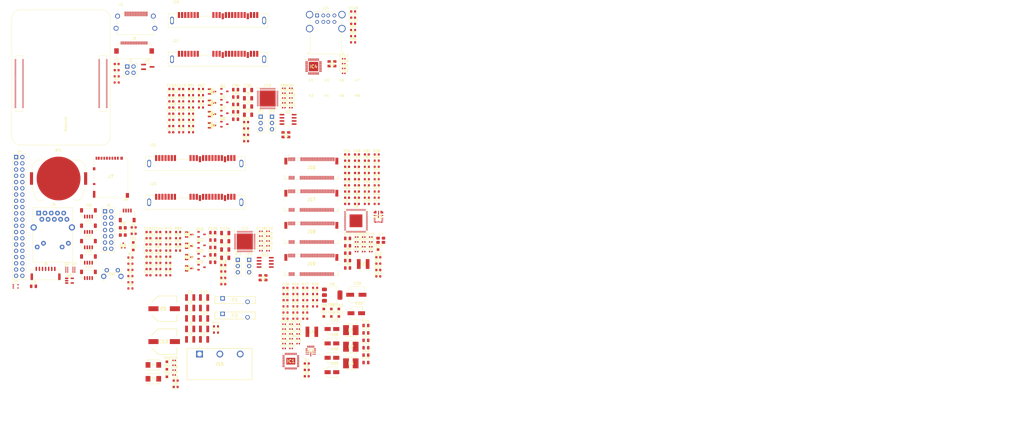
<source format=kicad_pcb>
(kicad_pcb (version 20241229) (generator "pcbnew") (generator_version "9.0")
  (title_block (title "${DOC_TYPE} Document") (date "2024-04-13") (rev "1.1") (company "${COMPANY}"))
  (layers (0 "F.Cu" signal "L1 (Sig, PWR)") (4 "In1.Cu" signal "L2 (GND)") (6 "In2.Cu" signal "L3 (Sig, PWR)") (8 "In3.Cu" signal "L4 (Sig, PWR)") (10 "In4.Cu" signal "L5 (GND)") (2 "B.Cu" signal "L6 (Sig, PWR)") (13 "F.Paste" user) (15 "B.Paste" user) (5 "F.SilkS" user "F.Silkscreen") (7 "B.SilkS" user "B.Silkscreen") (1 "F.Mask" user) (3 "B.Mask" user) (25 "Edge.Cuts" user))
  (property "BOARD_NAME" "CM5_NAS")
  (property "DESIGNER" "Oliver Studman")
  (property "DOC_TYPE" "Fabrication")
  (property "PROJECT_NAME" "CM5_NAS")
  (property "RELEASE_DATE" "Release Date")
  (property "REVIEWER" "Reviewer Name")
  (property "REVISION" "6")
  (net 0 "")
  (net 1 "/Project Architecture/CM5_GPIO/VBAT")
  (net 2 "/Project Architecture/CM5_High Speed IO/+5V S1")
  (net 3 "/Project Architecture/CM5_High Speed IO/HDMI_5v")
  (net 4 "/Project Architecture/CM5_GPIO/SD_PWR")
  (net 5 "/Project Architecture/Input/+12V")
  (net 6 "/Project Architecture/Input/+5V S1")
  (net 7 "Net-(IC1-COMP2)")
  (net 8 "Net-(IC1-V7V)")
  (net 9 "/Project Architecture/Power/+5V S1")
  (net 10 "/Project Architecture/Power/+3V3")
  (net 11 "Net-(C24-Pad1)")
  (net 12 "Net-(IC1-V3V)")
  (net 13 "Net-(IC1-SS2)")
  (net 14 "/Project Architecture/Power/FB2")
  (net 15 "/Project Architecture/Power/+1V2A")
  (net 16 "Net-(IC1-LX2_1)")
  (net 17 "Net-(IC1-BST2)")
  (net 18 "/Project Architecture/Power/+3V3A")
  (net 19 "Net-(IC1-BST3)")
  (net 20 "Net-(IC1-LX3_1)")
  (net 21 "Net-(IC1-BST1)")
  (net 22 "Net-(IC1-LX1_1)")
  (net 23 "/Project Architecture/Power/+1V2")
  (net 24 "/Project Architecture/Power/FB3")
  (net 25 "/Project Architecture/Power/FB1")
  (net 26 "Net-(IC1-SS3)")
  (net 27 "Net-(IC1-SS1)")
  (net 28 "Net-(IC2-BST)")
  (net 29 "Net-(IC2-LX)")
  (net 30 "/Project Architecture/Power/+12V")
  (net 31 "Net-(C42-Pad1)")
  (net 32 "Net-(C43-Pad1)")
  (net 33 "/Project Architecture/Power/+5V S2")
  (net 34 "Net-(IC2-COMP)")
  (net 35 "Net-(IC1-CMP3)")
  (net 36 "Net-(IC1-CMP1)")
  (net 37 "Net-(IC2-BIAS)")
  (net 38 "/Project Architecture/Power/SUP")
  (net 39 "Net-(C51-Pad1)")
  (net 40 "/Project Architecture/M.2 Drives/PCIe_TX_P_1")
  (net 41 "Net-(U8-TXP_1)")
  (net 42 "/Project Architecture/M.2 Drives/PCIe_TX_N_1")
  (net 43 "Net-(U8-TXN_1)")
  (net 44 "+1V2")
  (net 45 "/Project Architecture/M.2 Drives/FB")
  (net 46 "/Project Architecture/M.2 Drives/PCIe_TX_P_2")
  (net 47 "Net-(U8-TXP_2)")
  (net 48 "/Project Architecture/M.2 Drives/PCIe_TX_N_2")
  (net 49 "Net-(U8-TXN_2)")
  (net 50 "/Project Architecture/M.2 Drives/PCIe_TX_P_3")
  (net 51 "Net-(U8-TXP_3)")
  (net 52 "Net-(U8-TXN_3)")
  (net 53 "/Project Architecture/M.2 Drives/PCIe_TX_N_3")
  (net 54 "Net-(U8-TXP_4)")
  (net 55 "/Project Architecture/M.2 Drives/PCIe_TX_P_4")
  (net 56 "Net-(U8-TXN_4)")
  (net 57 "/Project Architecture/M.2 Drives/PCIe_TX_N_4")
  (net 58 "/Project Architecture/M.2 Drives/+5V S1")
  (net 59 "Net-(IC3-PGND2_1)")
  (net 60 "Net-(IC3-CBOOT)")
  (net 61 "/Project Architecture/M.2 Drives/BOOT")
  (net 62 "Net-(IC3-PGND1_1)")
  (net 63 "+3V3A")
  (net 64 "Net-(U8-TXP_IN)")
  (net 65 "/Project Architecture/M.2 Drives/PCIE_TX_P")
  (net 66 "/Project Architecture/M.2 Drives/PCIE_TX_N")
  (net 67 "Net-(U8-TXN_IN)")
  (net 68 "/Project Architecture/Sata Drives 1/XIN")
  (net 69 "/Project Architecture/Sata Drives 1/XOUT")
  (net 70 "Net-(C91-Pad2)")
  (net 71 "/Project Architecture/Sata Drives 1/S0_TXN")
  (net 72 "/Project Architecture/Sata Drives 1/S0_TXP")
  (net 73 "Net-(C92-Pad2)")
  (net 74 "/Project Architecture/Sata Drives 1/S0_RXP")
  (net 75 "Net-(C93-Pad2)")
  (net 76 "Net-(C94-Pad2)")
  (net 77 "/Project Architecture/Sata Drives 1/S0_RXN")
  (net 78 "+5V-HDD0")
  (net 79 "Net-(Q3-G)")
  (net 80 "+12V")
  (net 81 "+12V-HDD0")
  (net 82 "Net-(Q6-G)")
  (net 83 "Net-(C99-Pad2)")
  (net 84 "/Project Architecture/Sata Drives 1/S1_TXN")
  (net 85 "/Project Architecture/Sata Drives 1/S1_TXP")
  (net 86 "Net-(C100-Pad2)")
  (net 87 "/Project Architecture/Sata Drives 1/S1_RXP")
  (net 88 "Net-(C101-Pad2)")
  (net 89 "/Project Architecture/Sata Drives 1/S1_RXN")
  (net 90 "Net-(C102-Pad2)")
  (net 91 "/Project Architecture/Sata Drives 1/VBUS-S")
  (net 92 "+5V-HDD1")
  (net 93 "+12V-HDD1")
  (net 94 "/Project Architecture/Sata Drives 1/3V3")
  (net 95 "/Project Architecture/Sata Drives 1/3V3A")
  (net 96 "/Project Architecture/Sata Drives 1/1V2D")
  (net 97 "/Project Architecture/Sata Drives 1/1V2A")
  (net 98 "/Project Architecture/Sata Drives 2/S2_TXN")
  (net 99 "Net-(C118-Pad2)")
  (net 100 "/Project Architecture/Sata Drives 2/S2_TXP")
  (net 101 "Net-(C119-Pad2)")
  (net 102 "/Project Architecture/Sata Drives 2/XIN")
  (net 103 "/Project Architecture/Sata Drives 2/XOUT")
  (net 104 "/Project Architecture/Sata Drives 2/S2_RXP")
  (net 105 "Net-(C122-Pad2)")
  (net 106 "/Project Architecture/Sata Drives 2/S2_RXN")
  (net 107 "Net-(C123-Pad2)")
  (net 108 "+5V-HDD2")
  (net 109 "+12V-HDD2")
  (net 110 "Net-(Q11-G)")
  (net 111 "Net-(Q14-G)")
  (net 112 "/Project Architecture/Sata Drives 2/S3_TXN")
  (net 113 "Net-(C128-Pad2)")
  (net 114 "Net-(C129-Pad2)")
  (net 115 "Net-(C130-Pad2)")
  (net 116 "/Project Architecture/Sata Drives 2/S3_RXP")
  (net 117 "/Project Architecture/Sata Drives 2/S3_RXN")
  (net 118 "Net-(C131-Pad2)")
  (net 119 "/Project Architecture/Sata Drives 2/VBUS-S")
  (net 120 "+5V-HDD3")
  (net 121 "+12V-HDD3")
  (net 122 "/Project Architecture/Sata Drives 2/3V3")
  (net 123 "/Project Architecture/Sata Drives 2/3V3A")
  (net 124 "/Project Architecture/Sata Drives 2/1V2D")
  (net 125 "/Project Architecture/Sata Drives 2/1V2A")
  (net 126 "Net-(IC4-CRFILT)")
  (net 127 "/Project Architecture/Usb Switch/XIN")
  (net 128 "/Project Architecture/Usb Switch/XOUT")
  (net 129 "Net-(J24-Shield)")
  (net 130 "Net-(IC4-PLLFILT)")
  (net 131 "/Project Architecture/CM5_GPIO/+3V3")
  (net 132 "Net-(D1-K)")
  (net 133 "Net-(D2-K)")
  (net 134 "Net-(D3-A)")
  (net 135 "Net-(D6-A)")
  (net 136 "Net-(D7-A)")
  (net 137 "Net-(D8-A)")
  (net 138 "Net-(D9-A)")
  (net 139 "Net-(D10-K)")
  (net 140 "Net-(D11-K)")
  (net 141 "Net-(D12-K)")
  (net 142 "Net-(D13-K)")
  (net 143 "Net-(D14-A)")
  (net 144 "Net-(D15-A)")
  (net 145 "Net-(D16-A)")
  (net 146 "Net-(D17-A)")
  (net 147 "Net-(D18-A)")
  (net 148 "Net-(D19-A)")
  (net 149 "Net-(D20-A)")
  (net 150 "Net-(D21-A)")
  (net 151 "Net-(F1-Pad1)")
  (net 152 "Net-(F2-Pad1)")
  (net 153 "Net-(IC1-RLIM2)")
  (net 154 "Net-(IC1-RLIM3)")
  (net 156 "Net-(IC1-ROSC)")
  (net 157 "Net-(IC1-RLIM1)")
  (net 158 "Net-(IC1-PGOOD)")
  (net 159 "Net-(IC2-~{RESET})")
  (net 160 "Net-(IC2-FOSC)")
  (net 161 "/Project Architecture/M.2 Drives/VCC")
  (net 162 "/Project Architecture/M.2 Drives/RS1")
  (net 163 "Net-(IC3-SW)")
  (net 164 "/Project Architecture/M.2 Drives/EN")
  (net 165 "/Project Architecture/Usb Switch/+3V3A")
  (net 166 "Net-(IC4-USBDM_DN1{slash}PRT_DIS_M1)")
  (net 171 "Net-(IC4-USBDM_DN2{slash}PRT_DIS_M2)")
  (net 174 "/Project Architecture/Usb Switch/+3V3")
  (net 176 "Net-(IC4-VBUS_DET)")
  (net 180 "Net-(IC4-USBDP_DN2{slash}PRT_DIS_P2)")
  (net 181 "/Project Architecture/Usb Switch/USB2_P")
  (net 182 "/Project Architecture/Usb Switch/USB2_N")
  (net 183 "Net-(IC4-RBIAS)")
  (net 188 "Net-(IC4-USBDP_DN1{slash}PRT_DIS_P1)")
  (net 192 "/Project Architecture/CM5_High Speed IO/SDA1")
  (net 193 "/Project Architecture/CM5_High Speed IO/ID_SD")
  (net 194 "/Project Architecture/CM5_High Speed IO/ID_SC")
  (net 195 "/Project Architecture/CM5_High Speed IO/SCL1")
  (net 196 "/Project Architecture/CM5_High Speed IO/HDMI0_HOTPLUG")
  (net 197 "/Project Architecture/CM5_High Speed IO/HDMI0_CEC")
  (net 198 "/Project Architecture/CM5_High Speed IO/HDMI0_D2_P")
  (net 199 "/Project Architecture/CM5_High Speed IO/HDMI0_D0_P")
  (net 200 "/Project Architecture/CM5_High Speed IO/HDMI0_CK_P")
  (net 201 "/Project Architecture/CM5_High Speed IO/HDMI0_D2_N")
  (net 202 "/Project Architecture/CM5_High Speed IO/HDMI0_D1_P")
  (net 203 "/Project Architecture/CM5_High Speed IO/HDMI0_D0_N")
  (net 204 "/Project Architecture/CM5_High Speed IO/HDMI0_SCL")
  (net 205 "/Project Architecture/CM5_High Speed IO/HDMI0_SDA")
  (net 207 "/Project Architecture/CM5_High Speed IO/HDMI0_CK_N")
  (net 208 "/Project Architecture/CM5_High Speed IO/HDMI0_D1_N")
  (net 209 "/Project Architecture/CM5_High Speed IO/DPHY0_C_P")
  (net 210 "/Project Architecture/CM5_High Speed IO/DPHY0_D2_N")
  (net 211 "/Project Architecture/CM5_High Speed IO/DPHY0_D2_P")
  (net 212 "/Project Architecture/CM5_High Speed IO/DPHY0_D0_N")
  (net 213 "/Project Architecture/CM5_High Speed IO/DPHY0_D1_P")
  (net 214 "/Project Architecture/CM5_High Speed IO/DPHY0_D1_N")
  (net 215 "/Project Architecture/CM5_High Speed IO/DPHY0_D0_P")
  (net 216 "/Project Architecture/CM5_High Speed IO/+3V3")
  (net 217 "/Project Architecture/CM5_High Speed IO/DPHY0_D3_N")
  (net 218 "/Project Architecture/CM5_High Speed IO/CAM_GPIO0")
  (net 219 "/Project Architecture/CM5_High Speed IO/DPHY0_C_N")
  (net 220 "/Project Architecture/CM5_High Speed IO/SCL0")
  (net 221 "/Project Architecture/CM5_High Speed IO/CAM_GPIO1")
  (net 222 "/Project Architecture/CM5_High Speed IO/DPHY0_D3_P")
  (net 223 "/Project Architecture/CM5_High Speed IO/SDA0")
  (net 226 "/Project Architecture/CM5_GPIO/GPIO19")
  (net 228 "/Project Architecture/CM5_GPIO/GPIO22")
  (net 229 "/Project Architecture/CM5_GPIO/ID_SC")
  (net 230 "/Project Architecture/CM5_GPIO/GPIO17")
  (net 231 "/Project Architecture/CM5_GPIO/GPIO9")
  (net 232 "/Project Architecture/CM5_GPIO/GPIO7")
  (net 234 "/Project Architecture/CM5_GPIO/+5V")
  (net 236 "/Project Architecture/CM5_GPIO/GPIO18")
  (net 237 "/Project Architecture/CM5_GPIO/GPIO16")
  (net 239 "/Project Architecture/CM5_GPIO/GPIO5")
  (net 240 "/Project Architecture/CM5_GPIO/GPIO26")
  (net 241 "/Project Architecture/CM5_GPIO/GPIO23")
  (net 244 "/Project Architecture/CM5_GPIO/ID_SD")
  (net 245 "/Project Architecture/CM5_GPIO/GPIO20")
  (net 250 "/Project Architecture/CM5_GPIO/GPIO24")
  (net 251 "/Project Architecture/CM5_GPIO/GPIO6")
  (net 252 "/Project Architecture/CM5_GPIO/GPIO21")
  (net 253 "/Project Architecture/CM5_GPIO/TRD0_P")
  (net 254 "/Project Architecture/CM5_GPIO/TRD0_N")
  (net 255 "Net-(J5-PadL4)")
  (net 256 "/Project Architecture/CM5_GPIO/TRD1_N")
  (net 257 "Net-(J5-PadL2)")
  (net 258 "/Project Architecture/CM5_GPIO/TRD3_P")
  (net 259 "/Project Architecture/CM5_GPIO/TRD1_P")
  (net 260 "/Project Architecture/CM5_GPIO/TRD2_N")
  (net 261 "/Project Architecture/CM5_GPIO/TRD3_N")
  (net 262 "/Project Architecture/CM5_GPIO/TRD2_P")
  (net 263 "/Project Architecture/CM5_GPIO/GPIO25")
  (net 264 "/Project Architecture/CM5_GPIO/GPIO8")
  (net 265 "/Project Architecture/CM5_GPIO/GPIO10")
  (net 266 "/Project Architecture/CM5_GPIO/GPIO27")
  (net 267 "/Project Architecture/CM5_GPIO/GPIO11")
  (net 268 "/Project Architecture/CM5_GPIO/SD_DAT0")
  (net 269 "/Project Architecture/CM5_GPIO/SD_DAT2")
  (net 270 "/Project Architecture/CM5_GPIO/SD_CLK")
  (net 271 "/Project Architecture/CM5_GPIO/SD_DAT1")
  (net 272 "/Project Architecture/CM5_GPIO/SD_DAT3")
  (net 273 "/Project Architecture/CM5_GPIO/SD_CMD")
  (net 274 "/Project Architecture/CM5_GPIO/GPIO2")
  (net 275 "/Project Architecture/CM5_GPIO/GPIO3")
  (net 276 "/Project Architecture/CM5_GPIO/nRPIBOOT")
  (net 277 "/Project Architecture/CM5_GPIO/EEPROM_nWP")
  (net 278 "/Project Architecture/CM5_GPIO/PMIC_ENABLE")
  (net 280 "/Project Architecture/CM5_GPIO/SYNC_OUT")
  (net 281 "/Project Architecture/CM5_GPIO/PWR_BUT")
  (net 282 "/Project Architecture/CM5_GPIO/USBOTG")
  (net 283 "/Project Architecture/CM5_GPIO/+12V")
  (net 285 "/Project Architecture/CM5_GPIO/PWM_1")
  (net 287 "/Project Architecture/CM5_GPIO/PWM_2")
  (net 288 "/Project Architecture/CM5_GPIO/TACHO")
  (net 289 "/Project Architecture/CM5_GPIO/PWM_0")
  (net 291 "/Project Architecture/CM5_GPIO/PWM_3")
  (net 301 "/Project Architecture/M.2 Drives/SUSCLK")
  (net 302 "/Project Architecture/M.2 Drives/PCIE_nCLKREQ")
  (net 308 "/Project Architecture/M.2 Drives/PCIe_CLK_N_4")
  (net 311 "Net-(J16-DAS{slash}~{DSS}{slash}~{LED1})")
  (net 314 "/Project Architecture/M.2 Drives/PCIe_RX_N_4")
  (net 315 "/Project Architecture/M.2 Drives/PCIE_nWAKE")
  (net 325 "/Project Architecture/M.2 Drives/PCIe_CLK_P_4")
  (net 330 "/Project Architecture/M.2 Drives/PCIe_RX_P_4")
  (net 335 "/Project Architecture/M.2 Drives/PCIe_RX_P_3")
  (net 341 "/Project Architecture/M.2 Drives/PCIe_RX_N_3")
  (net 362 "Net-(J17-DAS{slash}~{DSS}{slash}~{LED1})")
  (net 365 "/Project Architecture/M.2 Drives/PCIe_RX_P_1")
  (net 377 "/Project Architecture/M.2 Drives/PCIe_CLK_P_1")
  (net 381 "/Project Architecture/M.2 Drives/PCIe_CLK_N_1")
  (net 386 "Net-(J18-DAS{slash}~{DSS}{slash}~{LED1})")
  (net 391 "/Project Architecture/M.2 Drives/PCIe_RX_N_1")
  (net 399 "/Project Architecture/M.2 Drives/PCIe_RX_N_2")
  (net 402 "/Project Architecture/M.2 Drives/PCIe_CLK_P_2")
  (net 403 "Net-(J19-DAS{slash}~{DSS}{slash}~{LED1})")
  (net 410 "/Project Architecture/M.2 Drives/PCIe_RX_P_2")
  (net 427 "/Project Architecture/M.2 Drives/PCIe_CLK_N_2")
  (net 436 "Net-(Q2-B)")
  (net 440 "Net-(Q8-B)")
  (net 443 "Net-(Q10-B)")
  (net 447 "Net-(Q15-B)")
  (net 450 "/Project Architecture/Usb Switch/+5V S1")
  (net 451 "/Project Architecture/Sata Drives 1/GPIO5")
  (net 452 "/Project Architecture/Sata Drives 1/GPIO7")
  (net 453 "/Project Architecture/Sata Drives 2/GPIO5")
  (net 454 "/Project Architecture/Sata Drives 2/GPIO7")
  (net 455 "/Project Architecture/CM5_GPIO/ETH_LEDY")
  (net 456 "/Project Architecture/CM5_High Speed IO/USB2_P")
  (net 459 "/Project Architecture/CM5_High Speed IO/PCIE_nCLKREQ")
  (net 461 "/Project Architecture/CM5_GPIO/SDA0")
  (net 463 "/Project Architecture/CM5_High Speed IO/USB2_N")
  (net 467 "/Project Architecture/CM5_GPIO/ETH_LEDG")
  (net 472 "/Project Architecture/CM5_GPIO/SCL0")
  (net 473 "/Project Architecture/CM5_High Speed IO/PCIE_TX_N")
  (net 474 "/Project Architecture/CM5_High Speed IO/PCIE_PWR_EN")
  (net 476 "/Project Architecture/CM5_GPIO/SD_PWR_ON")
  (net 477 "Net-(Module1A-LED_nACT)")
  (net 478 "/Project Architecture/CM5_High Speed IO/USB3-0-TX_N")
  (net 480 "/Project Architecture/CM5_GPIO/PWM_4")
  (net 485 "/Project Architecture/CM5_High Speed IO/USBOTG")
  (net 486 "/Project Architecture/CM5_High Speed IO/USB3-1-TX_P")
  (net 489 "/Project Architecture/CM5_High Speed IO/VBUS_EN")
  (net 490 "/Project Architecture/CM5_High Speed IO/PCIE_nWAKE")
  (net 491 "/Project Architecture/CM5_GPIO/CM5 Shut")
  (net 493 "/Project Architecture/CM5_High Speed IO/USB3-1-RX_N")
  (net 494 "/Project Architecture/CM5_GPIO/CAM_GPIO1")
  (net 496 "/Project Architecture/CM5_GPIO/GPIO_VREF")
  (net 497 "/Project Architecture/CM5_High Speed IO/PCIE_RX_N")
  (net 499 "/Project Architecture/CM5_High Speed IO/USB3-1-TX_N")
  (net 501 "/Project Architecture/CM5_High Speed IO/PCIE_CLK_N")
  (net 502 "/Project Architecture/CM5_High Speed IO/PCIE_TX_P")
  (net 503 "/Project Architecture/CM5_GPIO/WL_nDis")
  (net 504 "/Project Architecture/CM5_High Speed IO/PCIE_nRST")
  (net 505 "/Project Architecture/CM5_High Speed IO/USB3-1-RX_P")
  (net 506 "/Project Architecture/CM5_High Speed IO/USB3-0-RX_P")
  (net 507 "/Project Architecture/CM5_GPIO/BT_nDis")
  (net 508 "/Project Architecture/CM5_High Speed IO/USB3-0-RX_N")
  (net 509 "/Project Architecture/CM5_High Speed IO/USB3-0-TX_P")
  (net 512 "/Project Architecture/CM5_GPIO/nPWR_LED")
  (net 514 "/Project Architecture/CM5_GPIO/+1V8")
  (net 515 "/Project Architecture/CM5_High Speed IO/PCIE_RX_P")
  (net 516 "/Project Architecture/CM5_GPIO/CAM_GPIO0")
  (net 520 "/Project Architecture/CM5_High Speed IO/PCIE_CLK_P")
  (net 525 "/Project Architecture/Sata Drives 1/HDD0_DET")
  (net 526 "Net-(Q4-C)")
  (net 527 "+5V")
  (net 528 "Net-(Q7-C)")
  (net 529 "/Project Architecture/Sata Drives 1/HDD1_DET")
  (net 530 "/Project Architecture/Sata Drives 2/HDD2_DET")
  (net 531 "Net-(Q12-C)")
  (net 532 "/Project Architecture/Sata Drives 2/HDD3_DET")
  (net 533 "Net-(Q16-C)")
  (net 534 "/Project Architecture/CM5_High Speed IO/GPIO_VREF")
  (net 535 "Net-(R6-Pad2)")
  (net 536 "Net-(U8-GPIO_1)")
  (net 537 "Net-(U8-GPIO_5)")
  (net 538 "Net-(U8-GPIO_7)")
  (net 539 "Net-(U8-GPIO_3)")
  (net 540 "Net-(U8-GPIO_0)")
  (net 541 "Net-(U8-GPIO_4)")
  (net 542 "Net-(U8-GPIO_2)")
  (net 543 "Net-(U8-GPIO_6)")
  (net 544 "Net-(U8-TEST_EN)")
  (net 545 "Net-(U8-REXT1)")
  (net 546 "Net-(U8-REXT2)")
  (net 547 "/Project Architecture/Sata Drives 1/S-REXT")
  (net 548 "/Project Architecture/Sata Drives 1/GPIO9")
  (net 549 "/Project Architecture/Sata Drives 1/U-REXT")
  (net 550 "/Project Architecture/Sata Drives 1/GPIO8")
  (net 551 "/Project Architecture/Sata Drives 1/VBUS")
  (net 552 "/Project Architecture/Sata Drives 1/GPIO1")
  (net 553 "/Project Architecture/Sata Drives 1/GPIO11")
  (net 554 "/Project Architecture/Sata Drives 1/GPIO10")
  (net 555 "/Project Architecture/Sata Drives 1/GPIO12")
  (net 556 "/Project Architecture/Sata Drives 1/GPIO14")
  (net 557 "/Project Architecture/Sata Drives 2/S-REXT")
  (net 558 "/Project Architecture/Sata Drives 2/GPIO9")
  (net 559 "/Project Architecture/Sata Drives 2/U-REXT")
  (net 560 "/Project Architecture/Sata Drives 2/GPIO8")
  (net 561 "/Project Architecture/Sata Drives 2/VBUS")
  (net 562 "/Project Architecture/Sata Drives 2/GPIO1")
  (net 563 "/Project Architecture/Sata Drives 2/GPIO11")
  (net 564 "/Project Architecture/Sata Drives 2/GPIO10")
  (net 565 "/Project Architecture/Sata Drives 2/GPIO12")
  (net 566 "/Project Architecture/Sata Drives 2/GPIO14")
  (net 569 "/Project Architecture/M.2 Drives/PCIe_CLK_N_3")
  (net 570 "/Project Architecture/M.2 Drives/PCIE_RX_P")
  (net 573 "/Project Architecture/M.2 Drives/PCIE_CLK_N")
  (net 574 "/Project Architecture/M.2 Drives/PCIe_CLK_P_3")
  (net 575 "/Project Architecture/M.2 Drives/PCIE_nRST")
  (net 576 "/Project Architecture/M.2 Drives/PCIE_CLK_P")
  (net 577 "/Project Architecture/M.2 Drives/PCIE_RX_N")
  (net 578 "/Project Architecture/Sata Drives 1/GPIO16")
  (net 579 "/Project Architecture/Sata Drives 1/GPIO13")
  (net 580 "/Project Architecture/Sata Drives 1/GPIO15")
  (net 581 "/Project Architecture/Sata Drives 1/GPIO2")
  (net 582 "/Project Architecture/Sata Drives 1/GPIO17")
  (net 583 "/Project Architecture/Sata Drives 1/USB3-0-TX_N")
  (net 584 "/Project Architecture/Sata Drives 1/GPIO6")
  (net 585 "/Project Architecture/Sata Drives 1/GPIO0")
  (net 586 "/Project Architecture/Sata Drives 1/USB3-0-RX_N")
  (net 587 "/Project Architecture/Sata Drives 1/GPIO4")
  (net 589 "/Project Architecture/Sata Drives 1/VCCH")
  (net 591 "/Project Architecture/Sata Drives 1/GPIO3")
  (net 592 "/Project Architecture/Sata Drives 1/USB3-0-TX_P")
  (net 595 "/Project Architecture/Sata Drives 1/DM")
  (net 598 "/Project Architecture/Sata Drives 1/RSTn")
  (net 599 "/Project Architecture/Sata Drives 1/USB3-0-RX_P")
  (net 601 "/Project Architecture/Sata Drives 1/DP")
  (net 602 "/Project Architecture/Sata Drives 2/GPIO15")
  (net 603 "/Project Architecture/Sata Drives 2/GPIO13")
  (net 604 "/Project Architecture/Sata Drives 2/GPIO2")
  (net 605 "/Project Architecture/Sata Drives 2/GPIO16")
  (net 606 "/Project Architecture/Sata Drives 2/VCCH")
  (net 607 "/Project Architecture/Sata Drives 2/GPIO4")
  (net 609 "/Project Architecture/Sata Drives 2/GPIO6")
  (net 611 "/Project Architecture/Sata Drives 2/GPIO17")
  (net 613 "/Project Architecture/Sata Drives 2/GPIO0")
  (net 614 "/Project Architecture/Sata Drives 2/USB3-1-TX_N")
  (net 616 "/Project Architecture/Sata Drives 2/USB3-1-TX_P")
  (net 617 "/Project Architecture/Sata Drives 2/GPIO3")
  (net 618 "/Project Architecture/Sata Drives 2/RSTn")
  (net 620 "/Project Architecture/Sata Drives 2/S3_TXP")
  (net 621 "/Project Architecture/Sata Drives 2/USB3-1-RX_N")
  (net 622 "/Project Architecture/Sata Drives 2/USB3-1-RX_P")
  (net 627 "gnd")
  (net 628 "/Project Architecture/M.2 Drives/gnd{PERST}")
  (footprint "Capacitor_SMD:C_0805_2012Metric" (layer "F.Cu") (at -71.39 53.37)
    (property "Reference" "C112")
    (property "Value" "1u")
  )
  (footprint "MMBT3904:P200_SOT-23" (layer "F.Cu") (at -77.16 47.04)
    (property "Reference" "Q2")
    (property "Value" "NPN")
  )
  (footprint "Resistor_SMD:R_0603_1608Metric" (layer "F.Cu") (at -98.74 107.73)
    (property "Reference" "R73")
    (property "Value" "100K")
  )
  (footprint "Capacitor_SMD:C_0402_1005Metric" (layer "F.Cu") (at -61.1 112.83)
    (property "Reference" "C122")
    (property "Value" "10n")
  )
  (footprint "Capacitor_SMD:C_1210_3225Metric" (layer "F.Cu") (at -84.19 144.6)
    (property "Reference" "C16")
    (property "Value" "10u")
  )
  (footprint "Capacitor_SMD:C_0603_1608Metric" (layer "F.Cu") (at -106.76 120.28)
    (property "Reference" "C140")
    (property "Value" "100n")
  )
  (footprint "Resistor_SMD:R_0603_1608Metric" (layer "F.Cu") (at -119.67 44.46)
    (property "Reference" "R2")
    (property "Value" "2K2 1%")
  )
  (footprint "Capacitor_SMD:C_0603_1608Metric" (layer "F.Cu") (at -97.49 64.67)
    (property "Reference" "C114")
    (property "Value" "100n")
  )
  (footprint "EEEFK1H100UR:CAP_EEEFK1H100UR" (layer "F.Cu") (at -22.415 138.23)
    (property "Reference" "C22")
    (property "Value" "10u")
  )
  (footprint "Capacitor_SMD:C_1210_3225Metric" (layer "F.Cu") (at -84.19 131.85)
    (property "Reference" "C12")
    (property "Value" "1u")
  )
  (footprint "Resistor_SMD:R_0603_1608Metric" (layer "F.Cu") (at -39.12 127.91)
    (property "Reference" "R28")
    (property "Value" "20k")
  )
  (footprint "Resistor_SMD:R_0603_1608Metric" (layer "F.Cu") (at -47.14 127.91)
    (property "Reference" "R16")
    (property "Value" "40K2")
  )
  (footprint "SRN5040TA-1R0M:SRN5040TA1R0M" (layer "F.Cu") (at -40.445 145.765)
    (property "Reference" "L4")
    (property "Value" "1u" (hide yes))
  )
  (footprint "Capacitor_SMD:C_0603_1608Metric" (layer "F.Cu") (at -22.14 81.24)
    (property "Reference" "C74")
    (property "Value" "0u47")
  )
  (footprint "Capacitor_SMD:C_0603_1608Metric" (layer "F.Cu") (at -23.69 15.59)
    (property "Reference" "C148")
    (property "Value" "100n")
  )
  (footprint "Resistor_SMD:R_0603_1608Metric" (layer "F.Cu") (at -18.13 88.77)
    (property "Reference" "R36")
    (property "Value" "10K")
  )
  (footprint "MAX20008AFOC_VY+T:MAX20008AFOCVYT" (layer "F.Cu") (at -40.895 153.59)
    (property "Reference" "IC2")
    (property "Value" "MAX20008AFOC_VY+T" (hide yes))
  )
  (footprint "TestPoint:TestPoint_Pad_1.0x1.0mm" (layer "F.Cu") (at -112.94 109.47)
    (property "Reference" "TP1")
    (property "Value" "TestPoint")
  )
  (footprint "LED_SMD:LED_0603_1608Metric" (layer "F.Cu") (at -67.12 68.31)
    (property "Reference" "D17")
    (property "Value" "LED Green")
  )
  (footprint "EEE_FTH101XAP:CAP_EEEFTH101XAP" (layer "F.Cu") (at -22.39 130.73)
    (property "Reference" "C39")
    (property "Value" "100u")
  )
  (footprint "LED_SMD:LED_0603_1608Metric" (layer "F.Cu") (at -13.46 120.65)
    (property "Reference" "D12")
    (property "Value" "LED Green")
  )
  (footprint "Capacitor_SMD:C_0402_1005Metric" (layer "F.Cu") (at -16.53 107.28)
    (property "Reference" "C72")
    (property "Value" "100n")
  )
  (footprint "AOSS21311C:SOT95P237X117-3N" (layer "F.Cu") (at -80.98 61.91)
    (property "Reference" "Q9")
    (property "Value" "PMOS" (hide yes))
  )
  (footprint "Package_SO:SOIC-8_3.9x4.9mm_P1.27mm" (layer "F.Cu") (at -59.38 117.57)
    (property "Reference" "U11")
    (property "Value" "W25X40CLSN")
  )
  (footprint "Capacitor_SMD:C_0603_1608Metric" (layer "F.Cu") (at -26.15 73.71)
    (property "Reference" "C54")
    (property "Value" "100n")
  )
  (footprint "Capacitor_SMD:C_0402_1005Metric" (layer "F.Cu") (at -61.1 110.86)
    (property "Reference" "C121")
    (property "Value" "22p")
  )
  (footprint "Resistor_SMD:R_0603_1608Metric" (layer "F.Cu") (at -47.14 140.46)
    (property "Reference" "R21")
    (property "Value" "40K2")
  )
  (footprint "Connector_JST:JST_SH_BM04B-SRSS-TB_1x04-1MP_P1.00mm_Vertical" (layer "F.Cu") (at -131.13 122.62)
    (property "Reference" "J14")
    (property "Value" "JST_SHBM04B-SRSS-TB")
  )
  (footprint "Capacitor_SMD:C_1210_3225Metric" (layer "F.Cu") (at -84.19 148.85)
    (property "Reference" "C17")
    (property "Value" "10u")
  )
  (footprint "Resistor_SMD:R_0603_1608Metric" (layer "F.Cu") (at -98.74 110.24)
    (property "Reference" "R74")
    (property "Value" "100K")
  )
  (footprint "Capacitor_SMD:C_0402_1005Metric" (layer "F.Cu") (at -16.53 109.25)
    (property "Reference" "C75")
    (property "Value" "100n")
  )
  (footprint "Resistor_SMD:R_0603_1608Metric" (layer "F.Cu") (at -89.47 52.12)
    (property "Reference" "R56")
    (property "Value" "100K")
  )
  (footprint "MountingHole:MountingHole_2.7mm_M2.5" (layer "F.Cu") (at -40.76 47.22)
    (property "Reference" "H1")
    (property "Value" "MountingHole")
  )
  (footprint "Capacitor_SMD:C_0603_1608Metric" (layer "F.Cu") (at -26.15 78.73)
    (property "Reference" "C56")
    (property "Value" "100n")
  )
  (footprint "Capacitor_SMD:C_1210_3225Metric" (layer "F.Cu") (at -89.84 131.85)
    (property "Reference" "C4")
    (property "Value" "1u")
  )
  (footprint "TestPoint:TestPoint_Pad_1.0x1.0mm" (layer "F.Cu") (at -112.94 112.52)
    (property "Reference" "TP2")
    (property "Value" "TestPoint")
  )
  (footprint "Resistor_SMD:R_0603_1608Metric" (layer "F.Cu") (at -23.69 23.12)
    (property "Reference" "R84")
    (property "Value" "1K")
  )
  (footprint "Capacitor_SMD:C_0805_2012Metric" (layer "F.Cu") (at -153.43 127.28)
    (property "Reference" "C3")
    (property "Value" "10u")
  )
  (footprint "Resistor_SMD:R_0603_1608Metric" (layer "F.Cu") (at -89.47 62.16)
    (property "Reference" "R60")
    (property "Value" "4K7")
  )
  (footprint "2199119-5:21991195" (layer "F.Cu") (at -40.655 92.455)
    (property "Reference" "J17")
    (property "Value" "Bus_M.2_Socket_M" (hide yes))
  )
  (footprint "Resistor_SMD:R_0603_1608Metric" (layer "F.Cu") (at -85.46 54.63)
    (property "Reference" "R65")
    (property "Value" "270")
  )
  (footprint "Resistor_SMD:R_0603_1608Metric" (layer "F.Cu") (at -114.1 128.15)
    (property "Reference" "R8")
    (property "Value" "4K7")
  )
  (footprint "Capacitor_SMD:C_0402_1005Metric" (layer "F.Cu") (at -61.1 104.95)
    (property "Reference" "C118")
    (property "Value" "10n")
  )
  (footprint "Capacitor_SMD:C_0402_1005Metric" (layer "F.Cu") (at -61.1 106.92)
    (property "Reference" "C119")
    (property "Value" "10n")
  )
  (footprint "LED_SMD:LED_0603_1608Metric" (layer "F.Cu") (at -76.39 118.66)
    (property "Reference" "D18")
    (property "Value" "LED Green")
  )
  (footprint "Capacitor_SMD:C_0603_1608Metric" (layer "F.Cu") (at -26.15 86.26)
    (property "Reference" "C59")
    (property "Value" "100n")
  )
  (footprint "MMBT3904:P200_SOT-23" (layer "F.Cu") (at -86.43 114.06)
    (property "Reference" "Q15")
    (property "Value" "NPN")
  )
  (footprint "Capacitor_SMD:C_0603_1608Metric" (layer "F.Cu") (at -106.76 122.79)
    (property "Reference" "C143")
    (property "Value" "100n")
  )
  (footprint "MMBT3904:P200_SOT-23" (layer "F.Cu") (at -86.43 109.61)
    (property "Reference" "Q12")
    (property "Value" "NPN")
  )
  (footprint "Capacitor_SMD:C_0603_1608Metric" (layer "F.Cu") (at -18.13 76.22)
    (property "Reference" "C83")
    (property "Value" "100n")
  )
  (footprint "Capacitor_SMD:C_0603_1608Metric" (layer "F.Cu") (at -97.49 54.63)
    (property "Reference" "C108")
    (property "Value" "100n")
  )
  (footprint "LED_SMD:LED_0603_1608Metric" (layer "F.Cu") (at -13.46 123.24)
    (property "Reference" "D13")
    (property "Value" "LED Green")
  )
  (footprint "Capacitor_SMD:C_0603_1608Metric" (layer "F.Cu") (at -26.15 83.75)
    (property "Reference" "C58")
    (property "Value" "100n")
  )
  (footprint "PRT-14417:SPARKFUN_PRT-14417" (layer "F.Cu") (at -115.39 98.945)
    (property "Reference" "J8")
    (property "Value" "Conn_01x04")
  )
  (footprint "RGEF1200:RGEF1200" (layer "F.Cu") (at -76.69 132.175)
    (property "Reference" "F1")
    (property "Value" "Polyfuse" (hide yes))
  )
  (footprint "Capacitor_SMD:C_0402_1005Metric" (layer "F.Cu") (at -19.4 107.28)
    (property "Reference" "C62")
    (property "Value" "100n")
  )
  (footprint "Capacitor_SMD:C_0603_1608Metric" (layer "F.Cu") (at -22.14 91.28)
    (property "Reference" "C80")
    (property "Value" "100n")
  )
  (footprint "AOSS21311C:SOT95P237X117-3N" (layer "F.Cu") (at -80.98 48.14)
    (property "Reference" "Q3")
    (property "Value" "PMOS" (hide yes))
  )
  (footprint "Capacitor_SMD:C_0805_2012Metric" (layer "F.Cu") (at -18.5 152.25)
    (property "Reference" "C44")
    (property "Value" "4u7")
  )
  (footprint "Resistor_SMD:R_0603_1608Metric" (layer "F.Cu") (at -18.13 86.26)
    (property "Reference" "R35")
    (property "Value" "10K")
  )
  (footprint "Connector_JST:JST_SH_BM04B-SRSS-TB_1x04-1MP_P1.00mm_Vertical" (layer "F.Cu") (at -131.13 116.37)
    (property "Reference" "J13")
    (property "Value" "JST_SHBM04B-SRSS-TB")
  )
  (footprint "Resistor_SMD:R_0603_1608Metric" (layer "F.Cu") (at -43.13 137.95)
    (property "Reference" "R26")
    (property "Value" "80K6")
  )
  (footprint "Resistor_SMD:R_0603_1608Metric" (layer "F.Cu") (at -102.75 120.28)
    (property "Reference" "R70")
    (property "Value" "100K")
  )
  (footprint "MMBT3904:P200_SOT-23" (layer "F.Cu") (at -77.16 55.94)
    (property "Reference" "Q7")
    (property "Value" "NPN")
  )
  (footprint "TestPoint:TestPoint_Pad_1.0x1.0mm" (layer "F.Cu") (at -29.49 136.5)
    (property "Reference" "TP10")
    (property "Value" "TestPoint")
  )
  (footprint "SRN5040-2R2Y:SRN50402R2Y" (layer "F.Cu") (at -19.605 118.225)
    (property "Reference" "L5")
    (property "Value" "2u2" (hide yes))
  )
  (footprint "Capacitor_SMD:C_0402_1005Metric" (layer "F.Cu") (at -61.1 108.89)
    (property "Reference" "C120")
    (property "Value" "22p")
  )
  (footprint "MountingHole:MountingHole_2.7mm_M2.5" (layer "F.Cu") (at -22.01 53.47)
    (property "Reference" "H8")
    (property "Value" "MountingHole")
  )
  (footprint "Resistor_SMD:R_0603_1608Metric" (layer "F.Cu") (at -98.74 120.28)
    (property "Reference" "R78")
    (property "Value" "4K7")
  )
  (footprint "DM3AT-SF-PEJM5:DM3ATSFPEJM5" (layer "F.Cu") (at -121.99 82.642)
    (property "Reference" "J7")
    (property "Value" "Micro_SD_Card_Det" (hide yes))
  )
  (footprint "Capacitor_SMD:C_0402_1005Metric" (layer "F.Cu") (at -19.4 109.25)
    (property "Reference" "C63")
    (property "Value" "100n")
  )
  (footprint "SRN5040-4R7M:INDPM5050X400N" (layer "F.Cu") (at -24.625 145.09)
    (property "Reference" "L1")
    (property "Value" "4u7" (hide yes))
  )
  (footprint "Package_SON:USON-10_2.5x1.0mm_P0.5mm" (layer "F.Cu") (at -137.05 120.575)
    (property "Reference" "U3")
    (property "Value" "TPD4EUSB30")
  )
  (footprint "2199119-5:21991195" (layer "F.Cu") (at -40.655 105.505)
    (property "Reference" "J18")
    (property "Value" "Bus_M.2_Socket_M" (hide yes))
  )
  (footprint "Capacitor_SMD:C_0402_1005Metric" (layer "F.Cu") (at -48.85 144.67)
    (property "Reference" "C34")
    (property "Value" "4n7")
  )
  (footprint "Capacitor_SMD:C_0603_1608Metric" (layer "F.Cu") (at -22.14 73.71)
    (property "Reference" "C68")
    (property "Value" "100n")
  )
  (footprint "Resistor_SMD:R_0603_1608Metric" (layer "F.Cu") (at -43.13 140.46)
    (property "Reference" "R27")
    (property "Value" "383k")
  )
  (footprint "Resistor_SMD:R_0603_1608Metric" (layer "F.Cu") (at -94.73 105.22)
    (property "Reference" "R80")
    (property "Value" "270")
  )
  (footprint "Resistor_SMD:R_0603_1608Metric" (layer "F.Cu") (at -47.14 137.95)
    (property "Reference" "R20")
    (property "Value" "40K2")
  )
  (footprint "BSS84AKW115:BSS84AKW115" (layer "F.Cu") (at -117.015 110.695)
    (property "Reference" "Q1")
    (property "Value" "PMOS" (hide yes))
  )
  (footprint "Resistor_SMD:R_0603_1608Metric" (layer "F.Cu") (at -47.14 132.93)
    (property "Reference" "R18")
    (property "Value" "270")
  )
  (footprint "LED_SMD:LED_0603_1608Metric" (layer "F.Cu") (at -42.5 161.25)
    (property "Reference" "D8")
    (property "Value" "LED Green")
  )
  (footprint "Capacitor_SMD:C_1210_3225Metric" (layer "F.Cu") (at -84.19 140.35)
    (property "Reference" "C15")
    (property "Value" "10u")
  )
  (footprint "Resistor_SMD:R_0603_1608Metric" (layer "F.Cu") (at -14.12 78.73)
    (property "Reference" "R41")
    (property "Value" "1K")
  )
  (footprint "Resistor_SMD:R_0603_1608Metric" (layer "F.Cu") (at -39.12 135.44)
    (property "Reference" "R31")
    (property "Value" "12k")
  )
  (footprint "Capacitor_SMD:C_0805_2012Metric" (layer "F.Cu") (at -25.93 107.8)
    (property "Reference" "C73")
    (property "Value" "10u")
  )
  (footprint "MountingHole:MountingHole_2.7mm_M2.5" (layer "F.Cu") (at -28.26 47.22)
    (property "Reference" "H5")
    (property "Value" "MountingHole")
  )
  (footprint "LED_SMD:LED_0603_1608Metric" (layer "F.Cu") (at -112.77 105.93)
    (property "Reference" "D2")
    (property "Value" "LED Red")
  )
  (footprint "Capacitor_SMD:C_1206_3216Metric" (layer "F.Cu") (at -66.34 57.57)
    (property "Reference" "C105")
    (property "Value" "22u")
  )
  (footprint "Capacitor_SMD:C_0402_1005Metric" (layer "F.Cu") (at -27.5 36.8)
    (property "Reference" "C149")
    (property "Value" "22p")
  )
  (footprint "Package_TO_SOT_SMD:SOT-23-5" (layer "F.Cu") (at -138.83 124.995)
    (property "Reference" "U5")
    (property "Value" "RT9742GGJ5")
  )
  (footprint "Resistor_SMD:R_0603_1608Metric" (layer "F.Cu") (at -114.1 115.6)
    (property "Reference" "R3")
    (property "Value" "1K")
  )
  (footprint "Package_DFN_QFN:QFN-64-1EP_8x8mm_P0.4mm_EP6.5x6.5mm" (layer "F.Cu") (at -58.39 50.97)
    (property "Reference" "U10")
    (property "Value" "JMS561")
  )
  (footprint "Resistor_SMD:R_0603_1608Metric" (layer "F.Cu") (at -94.73 107.73)
    (property "Reference" "R81")
    (property "Value" "270")
  )
  (footprint "Capacitor_SMD:C_1206_3216Metric" (layer "F.Cu") (at -75.61 115.69)
    (property "Reference" "C134")
    (property "Value" "22u")
  )
  (footprint "Capacitor_SMD:C_0603_1608Metric" (layer "F.Cu") (at -93.48 47.1)
    (property "Reference" "C115")
    (property "Value" "100n")
  )
  (footprint "Capacitor_SMD:C_1206_3216Metric" (layer "F.Cu") (at -66.34 54.22)
    (property "Reference" "C104")
    (property "Value" "22u")
  )
  (footprint "Resistor_SMD:R_0603_1608Metric" (layer "F.Cu") (at -102.75 117.77)
    (property "Reference" "R69")
    (property "Value" "100K")
  )
  (footprint "Capacitor_SMD:C_1210_3225Metric" (layer "F.Cu") (at -89.84 136.1)
    (property "Reference" "C6")
    (property "Value" "10u")
  )
  (footprint "Capacitor_SMD:C_0402_1005Metric" (layer "F.Cu") (at -45.98 142.7)
    (property "Reference" "C42")
    (property "Value" "4n7")
  )
  (footprint "Capacitor_SMD:C_0402_1005Metric" (layer "F.Cu") (at -58.23 110.86)
    (property "Reference" "C130")
    (property "Value" "10n")
  )
  (footprint "AOSS21311C:SOT95P237X117-3N" (layer "F.Cu") (at -90.25 106.26)
    (property "Reference" "Q11")
    (property "Value" "PMOS" (hide yes))
  )
  (footprint "Resistor_SMD:R_0603_1608Metric" (layer "F.Cu") (at -98.74 122.79)
    (property "Reference" "R79")
    (property "Value" "4K7 1%")
  )
  (footprint "Capacitor_SMD:C_0402_1005Metric" (layer "F.Cu") (at -22.27 111.22)
    (property "Reference" "C60")
    (property "Value" "100n")
  )
  (footprint "Capacitor_SMD:C_0603_1608Metric" (layer "F.Cu") (at -26.15 93.79)
    (property "Reference" "C67")
    (property "Value" "100n")
  )
  (footprint "Capacitor_SMD:C_0603_1608Metric" (layer "F.Cu") (at -97.49 47.1)
    (property "Reference" "C103")
    (property "Value" "1u")
  )
  (footprint "Connector_PinHeader_2.54mm:PinHeader_1x03_P2.54mm_Vertical" (layer "F.Cu") (at -61.22 58.39)
    (property "Reference" "JP1")
    (property "Value" "3P_JUMPER")
  )
  (footprint "Connector_FFC-FPC:Hirose_FH12-22S-0.5SH_1x22-1MP_P0.50mm_Horizontal" (layer "F.Cu") (at -112.6 30.25)
    (property "Reference" "J3")
    (property "Value" "Conn_01x22_Female")
  )
  (footprint "Connector_USB:USB_A_Wuerth_61400826021_Horizontal_Stacked" (layer "F.Cu") (at -38.29 17.21)
    (property "Reference" "J24")
    (property "Value" "USB_A_Stacked")
  )
  (footprint "Package_SO:SOIC-8_3.9x4.9mm_P1.27mm" (layer "F.Cu") (at -50.11 59.45)
    (property "Reference" "U9")
    (property "Value" "W25X40CLSN")
  )
  (footprint "Capacitor_SMD:C_1206_3216Metric" (layer "F.Cu") (at -75.61 112.34)
    (property "Reference" "C133")
    (property "Value" "22u")
  )
  (footprint "Capacitor_SMD:C_0603_1608Metric" (layer "F.Cu") (at -22.14 76.22)
    (property "Reference" "C69")
    (property "Value" "100n")
  )
  (footprint "Capacitor_SMD:C_0805_2012Metric" (layer "F.Cu") (at -25.93 119.84)
    (property "Reference" "C88")
    (property "Value" "47u")
  )
  (footprint "Resistor_SMD:R_0603_1608Metric" (layer "F.Cu") (at -51.15 135.44)
    (property "Reference" "R13")
    (property "Value" "20k")
  )
  (footprint "MountingHole:MountingHole_2.7mm_M2.5" (layer "F.Cu") (at -34.51 53.47)
    (property "Reference" "H4")
    (property "Value" "MountingHole")
  )
  (footprint "Connector_RJ:RJ45_UDE_RB1-125B8G1A" (layer "F.Cu") (at -151.32 97.52)
    (property "Reference" "J5")
    (property "Value" "RJ45_RB1-125B8G1A")
  )
  (footprint "MountingHole:MountingHole_2.7mm_M2.5" (layer "F.Cu") (at -28.26 53.47)
    (property "Reference" "H6")
    (property "Value" "MountingHole")
  )
  (footprint "Resistor_SMD:R_0603_1608Metric" (layer "F.Cu") (at -43.13 132.93)
    (property "Reference" "R24")
    (property "Value" "20K")
  )
  (footprint "Resistor_SMD:R_0603_1608Metric" (layer "F.Cu") (at -14.12 88.77)
    (property "Reference" "R45")
    (property "Value" "1k")
  )
  (footprint "TestPoint:TestPoint_Pad_1.0x1.0mm" (layer "F.Cu") (at -99.29 161)
    (property "Reference" "TP4")
    (property "Value" "TestPoint")
  )
  (footprint "Capacitor_SMD:C_0402_1005Metric" (layer "F.Cu") (at -48.96 54.71)
    (property "Reference" "C102")
    (property "Value" "10n")
  )
  (footprint "AOSS21311C:SOT95P237X117-3N" (layer "F.Cu") (at -80.98 57.32)
    (property "Reference" "Q6")
    (property "Value" "PMOS" (hide yes))
  )
  (footprint "Capacitor_SMD:C_0402_1005Metric" (layer "F.Cu") (at -51.72 146.64)
    (property "Reference" "C26")
    (property "Value" "4n7")
  )
  (footprint "Capacitor_SMD:C_0805_2012Metric" (layer "F.Cu") (at -18.5 143.22)
    (property "Reference" "C21")
    (property "Value" "10u")
  )
  (footprint "ABM8-30.000MHZ-B2-T:ABM810000MHZ12D2W" (layer "F.Cu") (at -32.285 36.845)
    (property "Reference" "Y3")
    (property "Value" "30MHz" (hide yes))
  )
  (footprint "Package_TO_SOT_SMD:SOT-223-3_TabPin2" (layer "F.Cu") (at -32.19 130.855)
    (property "Reference" "U6")
    (property "Value" "AMS1117-3.3")
  )
  (footprint "Capacitor_SMD:C_0603_1608Metric" (layer "F.Cu") (at -22.14 88.77)
    (property "Reference" "C79")
    (property "Value" "100n")
  )
  (footprint "Resistor_SMD:R_0603_1608Metric" (layer "F.Cu") (at -102.75 115.26)
    (property "Reference" "R68")
    (property "Value" "100K")
  )
  (footprint "Capacitor_SMD:C_1210_3225Metric" (layer "F.Cu") (at -84.19 136.1)
    (property "Reference" "C14")
    (property "Value" "10u")
  )
  (footprint "Capacitor_SMD:C_0805_2012Metric" (layer "F.Cu") (at -71.39 56.38)
    (property "Reference" "C113")
    (property "Value" "1u")
  )
  (footprint "Resistor_SMD:R_0603_1608Metric" (layer "F.Cu") (at -43.13 127.91)
    (property "Reference" "R22")
    (property "Value" "120k")
  )
  (footprint "Capacitor_SMD:C_0603_1608Metric" (layer "F.Cu") (at -23.69 18.1)
    (property "Reference" "C151")
    (property "Value" "100n")
  )
  (footprint "Resistor_SMD:R_0603_1608Metric" (layer "F.Cu") (at -114.1 120.62)
    (property "Reference" "R5")
    (property "Value" "1K")
  )
  (footprint "Capacitor_SMD:C_0603_1608Metric" (layer "F.Cu") (at -119.67 39.44)
    (property "Reference" "C2")
    (property "Value" "100n")
  )
  (footprint "LED_SMD:LED_0603_1608Metric" (layer "F.Cu") (at -112.77 103.34)
    (property "Reference" "D1")
    (property "Value" "LED Green")
  )
  (footprint "Connector_PinHeader_2.54mm:PinHeader_1x03_P2.54mm_Vertical" (layer "F.Cu") (at -70.49 116.51)
    (property "Reference" "JP3")
    (property "Value" "3P_JUMPER")
  )
  (footprint "Capacitor_SMD:C_0805_2012Metric" (layer "F.Cu") (at -71.39 47.35)
    (property "Reference" "C96")
    (property "Value" "1u")
  )
  (footprint "Capacitor_SMD:C_0402_1005Metric" (layer "F.Cu") (at -45.98 148.61)
    (property "Reference" "C47")
    (property "Value" "100p")
  )
  (footprint "Resistor_SMD:R_0603_1608Metric" (layer "F.Cu") (at -114.1 123.13)
    (property "Reference" "R6")
    (property "Value" "1k")
  )
  (footprint "TestPoint:TestPoint_Pad_1.0x1.0mm" (layer "F.Cu") (at -29.49 139.55)
    (property "Reference" "TP11")
    (property "Value" "TestPoint")
  )
  (footprint "Capacitor_SMD:C_0402_1005Metric" (layer "F.Cu") (at -96.33 163.32)
    (property "Reference" "C19")
    (property "Value" "100n")
  )
  (footprint "47018-2000:MOLEX_47018-2000" (layer "F.Cu") (at -87.775 93.91)
    (property "Reference" "J23")
    (property "Value" "47018-2000")
  )
  (footprint "Connector_PinHeader_2.54mm:PinHeader_1x03_P2.54mm_Vertical" (layer "F.Cu") (at -65.9 116.51)
    (property "Reference" "JP4")
    (property "Value" "3P_JUMPER")
  )
  (footprint "Package_TO_SOT_SMD:TSOT-23_HandSoldering" (layer "F.Cu") (at -107.04 38.115)
    (property "Reference" "U1")
    (property "Value" "RT9742SNGV")
  )
  (footprint "Resistor_SMD:R_0805_2012Metric_Pad1.20x1.40mm_HandSolder" (layer "F.Cu") (at -117.19 106.47)
    (property "Reference" "R10")
    (property "Value" "nf")
  )
  (footprint "Capacitor_SMD:C_0603_1608Metric" (layer "F.Cu") (at -97.49 62.16)
    (property "Reference" "C111")
    (property "Value" "100n")
  )
  (footprint "Capacitor_SMD:C_0402_1005Metric" (layer "F.Cu") (at -96.33 159.38)
    (property "Reference" "C11")
    (property "Value" "100n")
  )
  (footprint "Resistor_SMD:R_0603_1608Metric" (layer "F.Cu") (at -93.48 57.14)
    (property "Reference" "R50")
    (property "Value" "100K")
  )
  (footprint "Capacitor_SMD:C_0402_1005Metric" (layer "F.Cu") (at -51.83 50.77)
    (property "Reference" "C91")
    (property "Value" "10n")
  )
  (footprint "Capacitor_SMD:C_0402_1005Metric" (layer "F.Cu") (at -51.72 144.67)
    (property "Reference" "C24")
    (property "Value" "4n7")
  )
  (footprint "Capacitor_SMD:C_0603_1608Metric" (layer "F.Cu") (at -22.14 83.75)
    (property "Reference" "C76")
    (property "Value" "0u47")
  )
  (footprint "Capacitor_SMD:C_0402_1005Metric" (layer "F.Cu") (at -22.27 109.25)
    (property "Reference" "C53")
    (property "Value" "100n")
  )
  (footprint "Capacitor_SMD:C_0402_1005Metric" (layer "F.Cu") (at -48.85 152.55)
    (property "Reference" "C40")
    (property "Value" "100n")
  )
  (footprint "TestPoint:TestPoint_Pad_1.0x1.0mm" (layer "F.Cu") (at -32.54 136.5)
    (property "Reference" "TP8")
    (property "Value" "TestPoint")
  )
  (footprint "Resistor_SMD:R_0603_1608Metric" (layer "F.Cu") (at -18.13 93.79)
    (property "Reference" "R38")
    (property "Value" "1K")
  )
  (footprint "LED_SMD:LED_0603_1608Metric" (layer "F.Cu") (at -76.39 126.43)
    (property "Reference" "D21")
    (property "Value" "LED Green")
  )
  (footprint "TestPoint:TestPoint_Pad_1.0x1.0mm" (layer "F.Cu") (at -99.29 164.05)
    (property "Reference" "TP5")
    (property "Value" "TestPoint")
  )
  (footprint "Capacitor_SMD:C_0805_2012Metric" (layer "F.Cu") (at -25.93 110.81)
    (property "Reference" "C77")
    (property "Value" "10u")
  )
  (footprint "Resistor_SMD:R_0603_1608Metric" (layer "F.Cu") (at -18.13 91.28)
    (property "Reference" "R37")
    (property "Value" "10k")
  )
  (footprint "Resistor_SMD:R_0603_1608Metric" (layer "F.Cu") (at -94.73 112.75)
    (property "Reference" "R83")
    (property "Value" "270")
  )
  (footprint "AOSS21311C:SOT95P237X117-3N" (layer "F.Cu") (at -80.98 52.73)
    (property "Reference" "Q5")
    (property "Value" "PMOS" (hide yes))
  )
  (footprint "Resistor_SMD:R_0603_1608Metric" (layer "F.Cu") (at -47.14 130.42)
    (property "Reference" "R17")
    (property "Value" "270")
  )
  (footprint "Resistor_SMD:R_0603_1608Metric" (layer "F.Cu") (at -89.47 54.63)
    (property "Reference" "R57")
    (property "Value" "100K")
  )
  (footprint "MountingHole:MountingHole_2.7mm_M2.5" (layer "F.Cu") (at -22.01 47.22)
    (property "Reference" "H7")
    (property "Value" "MountingHole")
  )
  (footprint "Resistor_SMD:R_0603_1608Metric" (layer "F.Cu") (at -14.12 73.71)
    (property "Reference" "R39")
    (property "Value" "1K")
  )
  (footprint "Capacitor_SMD:C_0402_1005Metric" (layer "F.Cu") (at -48.85 142.7)
    (property "Reference" "C32")
    (property "Value" "47n")
  )
  (footprint "47018-2000:MOLEX_47018-2000" (layer "F.Cu") (at -78.505 35.79)
    (property "Reference" "J21")
    (property "Value" "47018-2000")
  )
  (footprint "TestPoint:TestPoint_Pad_1.0x1.0mm" (layer "F.Cu") (at -35.59 136.5)
    (property "Reference" "TP6")
    (property "Value" "TestPoint")
  )
  (footprint "EEEFK1A220AR:CAP_EEEFK1A220AR" (layer "F.Cu") (at -32.295 156.34)
    (property "Reference" "C30")
    (property "Value" "22u")
  )
  (footprint "Capacitor_SMD:C_0603_1608Metric" (layer "F.Cu") (at -18.13 73.71)
    (property "Reference" "C82")
    (property "Value" "100n")
  )
  (footprint "Resistor_SMD:R_0603_1608Metric" (layer "F.Cu") (at -79.36 143.58)
    (property "Reference" "R11")
    (property "Value" "2K2")
  )
  (footprint "ABM8-30.000MHZ-B2-T:ABM810000MHZ12D2W" (layer "F.Cu") (at -50.985 65.675)
    (property "Reference" "Y1")
    (property "Value" "30MHz" (hide yes))
  )
  (footprint "Capacitor_SMD:C_0402_1005Metric" (layer "F.Cu") (at -27.5 38.77)
    (property "Reference" "C150")
    (property "Value" "22p")
  )
  (footprint "Capacitor_SMD:C_0805_2012Metric" (layer "F.Cu") (at -80.66 111.49)
    (property "Reference" "C141")
    (property "Value" "1u")
  )
  (footprint "TestPoint:TestPoint_Pad_1.0x1.0mm" (layer "F.Cu") (at -13.57 112.37)
    (property "Reference" "TP12")
    (property "Value" "TestPoint")
  )
  (footprint "LED_SMD:LED_0603_1608Metric" (layer "F.Cu") (at -76.39 123.84)
    (property "Reference" "D20")
    (property "Value" "LED Green")
  )
  (footprint "Capacitor_SMD:C_1206_3216Metric" (layer "F.Cu") (at -75.61 105.64)
    (property "Reference" "C124")
    (property "Value" "22u")
  )
  (footprint "Capacitor_SMD:C_0402_1005Metric" (layer "F.Cu") (at -27.5 40.74)
    (property "Reference" "C153")
    (property "Value" "0u01")
  )
  (footprint "Connector_PinHeader_2.54mm:PinHeader_2x20_P2.54mm_Vertical" (layer "F.Cu") (at -160.5 74.76)
    (property "Reference" "J4")
    (property "Value" "THD-20-R")
  )
  (footprint "Resistor_SMD:R_0805_2012Metric_Pad1.20x1.40mm_HandSolder" (layer "F.Cu") (at -117.19 103.52)
    (property "Reference" "R9")
    (property "Value" "0R")
  )
  (footprint "LED_SMD:LED_0603_1608Metric" (layer "F.Cu") (at -67.12 63.13)
    (property "Reference" "D15")
    (property "Value" "LED Green")
  )
  (footprint "Capacitor_SMD:C_0603_1608Metric" (layer "F.Cu") (at -119.67 36.93)
    (property "Reference" "C1")
    (property "Value" "100n")
  )
  (footprint "MMBT3904:P200_SOT-23" (layer "F.Cu") (at -77.16 60.39)
    (property "Reference" "Q8")
    (property "Value" "NPN")
  )
  (footprint "Resistor_SMD:R_0603_1608Metric" (layer "F.Cu") (at -85.46 52.12)
    (property "Reference" "R64")
    (property "Value" "270")
  )
  (footprint "Resistor_SMD:R_0603_1608Metric" (layer "F.Cu") (at -102.75 112.75)
    (property "Reference" "R67")
    (property "Value" "100K")
  )
  (footprint "Capacitor_SMD:C_0603_1608Metric" (layer "F.Cu") (at -97.49 57.14)
    (property "Reference" "C109")
    (property "Value" "100n")
  )
  (footprint "SRN5040-4R7M:INDPM5050X400N" (layer "F.Cu") (at -24.625 158.59)
    (property "Reference" "L3")
    (property "Value" "4u7" (hide yes))
  )
  (footprint "Capacitor_SMD:C_0805_2012Metric" (layer "F.Cu") (at -18.5 158.27)
    (property "Reference" "C49")
    (property "Value" "4u7")
  )
  (footprint "Capacitor_SMD:C_0402_1005Metric" (layer "F.Cu") (at -45.98 150.58)
    (property "Reference" "C51")
    (property "Value" "1n")
  )
  (footprint "Capacitor_SMD:C_0805_2012Metric" (layer "F.Cu") (at -18.5 155.26)
    (property "Reference" "C45")
    (property "Value" "4u7")
  )
  (footprint "Capacitor_SMD:C_0603_1608Metric" (layer "F.Cu") (at -106.76 112.75)
    (property "Reference" "C137")
    (property "Value" "100n")
  )
  (footprint "Resistor_SMD:R_0603_1608Metric" (layer "F.Cu") (at -98.74 105.22)
    (property "Reference" "R72")
    (property "Value" "12K")
  )
  (footprint "Resistor_SMD:R_0603_1608Metric" (layer "F.Cu") (at -102.75 122.79)
    (property "Reference" "R71")
    (property "Value" "4K7")
  )
  (footprint "Resistor_SMD:R_0603_1608Metric" (layer "F.Cu") (at -89.47 47.1)
    (property "Reference" "R54")
    (property "Value" "4K7")
  )
  (footprint "Capacitor_SMD:C_0402_1005Metric" (layer "F.Cu") (at -22.27 113.19)
    (property "Reference" "C61")
    (property "Value" "100n")
  )
  (footprint "Resistor_SMD:R_0603_1608Metric" (layer "F.Cu") (at -93.48 64.67)
    (property "Reference" "R53")
    (property "Value" "12K")
  )
  (footprint "Connector_JST:JST_SH_BM04B-SRSS-TB_1x04-1MP_P1.00mm_Vertical" (layer "F.Cu") (at -131.13 103.87)
    (property "Reference" "J11")
    (property "Value" "JST_SHBM04B-SRSS-TB")
  )
  (footprint "Capacitor_SMD:C_0402_1005Metric" (layer "F.Cu") (at -16.53 113.19)
    (property "Reference" "C85")
    (property "Value" "100n")
  )
  (footprint "Resistor_SMD:R_0603_1608Metric" (layer "F.Cu") (at -43.13 130.42)
    (property "Reference" "R23")
    (property "Value" "150k")
  )
  (footprint "Capacitor_SMD:C_0402_1005Metric" (layer "F.Cu") (at -58.23 108.89)
    (property "Reference" "C129")
    (property "Value" "10n")
  )
  (footprint "Resistor_SMD:R_0603_1608Metric" (layer "F.Cu") (at -14.12 93.79)
    (property "Reference" "R47")
    (property "Value" "1k")
  )
  (footprint "Resistor_SMD:R_0603_1608Metric" (layer "F.Cu") (at -114.1 118.11)
    (property "Reference" "R4")
    (property "Value" "1K")
  )
  (footprint "Capacitor_SMD:C_0402_1005Metric" (layer "F.Cu") (at -58.23 106.92)
    (property "Reference" "C128")
    (property "Value" "10n")
  )
  (footprint "Capacitor_SMD:C_0402_1005Metric" (layer "F.Cu") (at -51.72 142.7)
    (property "Reference" "C20")
    (property "Value" "100p")
  )
  (footprint "Resistor_SMD:R_0603_1608Metric" (layer "F.Cu") (at -51.15 140.46)
    (property "Reference" "R15")
    (property "Value" "150k")
  )
  (footprint "Resistor_SMD:R_0603_1608Metric" (layer "F.Cu") (at -119.67 41.95)
    (property "Reference" "R1")
    (property "Value" "2K2 1%")
  )
  (footprint "Capacitor_SMD:C_0805_2012Metric" (layer "F.Cu") (at -18.5 149.24)
    (property "Reference" "C41")
    (property "Value" "4u7")
  )
  (footprint "Capacitor_SMD:C_0402_1005Metric" (layer "F.Cu") (at -51.83 52.74)
    (property "Reference" "C92")
    (property "Value" "10n")
  )
  (footprint "MMBT3904:P200_SOT-23" (layer "F.Cu") (at -77.16 51.49)
    (property "Reference" "Q4")
    (property "Value" "NPN")
  )
  (footprint "LED_SMD:LED_0603_1608Metric" (layer "F.Cu") (at -67.12 65.72)
    (property "Reference" "D16")
    (property "Value" "LED Green")
  )
  (footprint "TestPoint:TestPoint_Pad_1.0x1.0mm" (layer "F.Cu") (at -99.29 157.95)
    (property "Reference" "TP3")
    (property "Value" "TestPoint")
  )
  (footprint "Resistor_SMD:R_0603_1608Metric" (layer "F.Cu") (at -93.48 52.12)
    (property "Reference" "R48")
    (property "Value" "12K")
  )
  (footprint "Capacitor_SMD:C_0402_1005Metric" (layer "F.Cu") (at -48.96 50.77)
    (property "Reference" "C100")
    (property "Value" "10n")
  )
  (footprint "SMBJ5.0A:SMBJ5.0A" (layer "F.Cu") (at -104.7852 164.8592)
    (property "Reference" "D5")
    (property "Value" "D_TVS")
  )
  (footprint "2199119-5:21991195" (layer "F.Cu") (at -40.655 79.405)
    (property "Reference" "J16")
    (property "Value" "Bus_M.2_Socket_M" (hide yes))
  )
  (footprint "Resistor_SMD:R_0603_1608Metric" (layer "F.Cu") (at -98.74 112.75)
    (property "Reference" "R75")
    (property "Value" "100K")
  )
  (footprint "Capacitor_SMD:C_0402_1005Metric" (layer "F.Cu") (at -58.23 104.95)
    (property "Reference" "C123")
    (property "Value" "10n")
  )
  (footprint "SMBJ12A:SMBJ12A" (layer "F.Cu") (at -104.7852 159.2364)
    (property "Reference" "D4")
    (property "Value" "D_TVS")
  )
  (footprint "cm5:Raspberry-Pi-5-Compute-Module" (layer "F.Cu") (at -158.735 66.395)
    (property "Reference" "Module1")
    (property "Value" "ComputeModule5-CM5")
  )
  (footprint "Resistor_SMD:R_0603_1608Metric" (layer "F.Cu") (at -14.12 83.75)
    (property "Reference" "R43")
    (property "Value" "12K1")
  )
  (footprint "Capacitor_SMD:C_0603_1608Metric" (layer "F.Cu") (at -106.76 105.22)
    (property "Reference" "C132")
    (property "Value" "1u")
  )
  (footprint "Package_DFN_QFN:QFN-64-1EP_8x8mm_P0.4mm_EP6.5x6.5mm" (layer "F.Cu") (at -67.66 109.09)
    (property "Reference" "U12")
    (property "Value" "JMS561")
  )
  (footprint "Capacitor_SMD:C_0603_1608Metric" (layer "F.Cu") (at -102.75 105.22)
    (property "Reference" "C144")
    (property "Value" "100n")
  )
  (footprint "Capacitor_SMD:C_0603_1608Metric" (layer "F.Cu") (at -22.14 78.73)
    (property "Reference" "C70")
    (property "Value" "100n")
  )
  (footprint "47018-2000:MOLEX_47018-2000" (layer "F.Cu") (at -87.775 78.155)
    (property "Reference" "J22")
    (property "Value" "47018-2000")
  )
  (footprint "Package_TO_SOT_SMD:SOT-353_SC-70-5" (layer "F.Cu") (at -160.67 127.315)
    (property "Reference" "U4")
    (property "Value" "74LVC1G07SE-7")
  )
  (footprint "Button_Switch_THT:SW_Tactile_SPST_Angled_PTS645Vx58-2LFS" (layer "F.Cu") (at -123.68 120.745)
    (property "Reference" "SW1")
    (property "Value" "Right angle Tact button")
  )
  (footprint "TestPoint:TestPoint_Pad_1.0x1.0mm" (layer "F.Cu") (at -32.54 139.55)
    (property "Reference" "TP9")
    (property "Value" "TestPoint")
  )
  (footprint "Resistor_SMD:R_0603_1608Metric" (layer "F.Cu") (at -51.15 137.95)
    (property "Reference" "R14")
    (property "Value" "80K6")
  )
  (footprint "2199119-5:21991195" (layer "F.Cu") (at -40.655 118.555)
    (property "Reference" "J19")
    (property "Value" "Bus_M.2_Socket_M" (hide yes))
  )
  (footprint "Capacitor_SMD:C_0603_1608Metric" (layer "F.Cu") (at -102.75 107.73)
    (property "Reference" "C146")
    (property "Value" "100n")
  )
  (footprint "Resistor_SMD:R_0603_1608Metric" (layer "F.Cu") (at -18.13 83.75)
    (property "Reference" "R34")
    (property "Value" "10K")
  )
  (footprint "Capacitor_SMD:C_0603_1608Metric" (layer "F.Cu") (at -106.76 110.24)
    (property "Reference" "C136")
    (property "Value" "100n")
  )
  (footprint "Resistor_SMD:R_0603_1608Metric" (layer "F.Cu") (at -94.73 110.24)
    (property "Reference" "R82")
    (property "Value" "270")
  )
  (footprint "Resistor_SMD:R_0603_1608Metric" (layer "F.Cu") (at -93.48 59.65)
    (property "Reference" "R51")
    (property "Value" "100K")
  )
  (footprint "Capacitor_SMD:C_0603_1608Metric" (layer "F.Cu") (at -51.15 127.91)
    (property "Reference" "C38")
    (property "Value" "100n")
  )
  (footprint "ABM8-30.000MHZ-B2-T:ABM810000MHZ12D2W" (layer "F.Cu") (at -60.255 123.795)
    (property "Reference" "Y2")
    (property "Value" "30MHz" (hide yes))
  )
  (footprint "Capacitor_SMD:C_0603_1608Metric" (layer "F.Cu") (at -97.49 52.12)
    (property "Reference" "C107")
    (property "Value" "100n")
  )
  (footprint "Capacitor_SMD:C_0805_2012Metric" (layer "F.Cu") (at -80.66 114.5)
    (property "Reference" "C142")
    (property "Value" "1u")
  )
  (footprint "Crystal:Crystal_SMD_3225-4Pin_3.2x2.5mm" (layer "F.Cu") (at -12.47 108.57)
    (property "Reference" "U7")
    (property "Value" "ASEK-32.768KHZ-L-R-T")
  )
  (footprint "Connector_PinHeader_2.54mm:PinHeader_1x03_P2.54mm_Vertical" (layer "F.Cu") (at -56.63 58.39)
    (property "Reference" "JP2")
    (property "Value" "3P_JUMPER")
  )
  (footprint "Resistor_SMD:R_0603_1608Metric" (layer "F.Cu") (at -89.47 64.67)
    (property "Reference" "R61")
    (property "Value" "4K7 1%")
  )
  (footprint "47018-2000:MOLEX_47018-2000" (layer "F.Cu") (at -78.505 20.035)
    (property "Reference" "J20")
    (property "Value" "47018-2000")
  )
  (footprint "Capacitor_SMD:C_0603_1608Metric" (layer "F.Cu") (at -106.76 115.26)
    (property "Reference" "C138")
    (property "Value" "100n")
  )
  (footprint "Capacitor_SMD:C_0402_1005Metric" (layer "F.Cu") (at -19.4 113.19)
    (property "Reference" "C71")
    (property "Value" "100n")
  )
  (footprint "EEEFK1A220AR:CAP_EEEFK1A220AR" (layer "F.Cu") (at -32.295 150.49)
    (property "Reference" "C28")
    (property "Value" "22u")
  )
  (footprint "Capacitor_SMD:C_0603_1608Metric" (layer "F.Cu") (at -26.15 88.77)
    (property "Reference" "C65")
    (property "Value" "100n")
  )
  (footprint "Capacitor_SMD:C_0402_1005Metric" (layer "F.Cu") (at -51.72 150.58)
    (property "Reference" "C29")
    (property "Value" "47n")
  )
  (footprint "Resistor_SMD:R_0603_1608Metric" (layer "F.Cu") (at -93.48 54.63)
    (property "Reference" "R49")
    (property "Value" "100K")
  )
  (footprint "Capacitor_SMD:C_1210_3225Metric" (layer "F.Cu") (at -89.84 148.85)
    (property "Reference" "C9")
    (property "Value" "10u")
  )
  (footprint "Resistor_SMD:R_0603_1608Metric" (layer "F.Cu") (at -18.13 81.24)
    (property "Reference" "R33")
    (property "Value" "10K")
  )
  (footprint "Connector_JST:JST_SH_BM04B-SRSS-TB_1x04-1MP_P1.00mm_Vertical" (layer "F.Cu") (at -131.13 97.62)
    (property "Reference" "J10")
    (property "Value" "JST_SHBM04B-SRSS-TB")
  )
  (footprint "4DB-P108-03:4DBP10803" (layer "F.Cu") (at -86.035 154.811)
    (property "Reference" "J15")
    (property "Value" "4DB-P108-03" (hide yes))
  )
  (footprint "Resistor_SMD:R_0603_1608Metric" (layer "F.Cu") (at -93.48 62.16)
    (property "Reference" "R52")
    (property "Value" "100K")
  )
  (footprint "LED_SMD:LED_0603_1608Metric" (layer "F.Cu") (at -13.46 118.06)
    (property "Reference" "D11")
    (property "Value" "LED Green")
  )
  (footprint "MMBT3904:P200_SOT-23" (layer "F.Cu") (at -86.43 105.16)
    (property "Reference" "Q10")
    (property "Value" "NPN")
  )
  (footprint "LED_SMD:LED_0603_1608Metric" (layer "F.Cu") (at -13.46 115.47)
    (property "Reference" "D10")
    (property "Value" "LED Green")
  )
  (footprint "Resistor_SMD:R_0603_1608Metric" (layer "F.Cu") (at -14.12 91.28)
    (property "Reference" "R46")
    (property "Value" "1k")
  )
  (footprint "LED_SMD:LED_0603_1608Metric" (layer "F.Cu") (at -67.12 60.54)
    (property "Reference" "D14")
    (property "Value" "LED Green")
  )
  (footprint "Capacitor_SMD:C_0402_1005Metric" (layer "F.Cu") (at -51.83 48.8)
    (property "Reference" "C90")
    (property "Value" "22p")
  )
  (footprint "Capacitor_SMD:C_1210_3225Metric" (layer "F.Cu") (at -89.84 140.35)
    (property "Reference" "C7")
    (property "Value" "10u")
  )
  (footprint "Capacitor_SMD:C_0402_1005Metric" (layer "F.Cu") (at -58.23 112.83)
    (property "Reference" "C131")
    (property "Value" "10n")
  )
  (footprint "Resistor_SMD:R_0603_1608Metric" (layer "F.Cu") (at -98.74 115.26)
    (property "Reference" "R76")
    (property "Value" "100K")
  )
  (footprint "MountingHole:MountingHole_2.7mm_M2.5" (layer "F.Cu") (at -40.76 53.47)
    (property "Reference" "H2")
    (property "Value" "MountingHole")
  )
  (footprint "MMBT3904:P200_SOT-23" (layer "F.Cu") (at -86.43 118.51)
    (property "Reference" "Q16")
    (property "Value" "NPN")
  )
  (footprint "Resistor_SMD:R_0603_1608Metric" (layer "F.Cu") (at -89.47 49.61)
    (property "Reference" "R55")
    (property "Value" "100K")
  )
  (footprint "EEEFK1A220AR:CAP_EEEFK1A220AR" (layer "F.Cu") (at -32.295 144.64)
    (property "Reference" "C23")
    (property "Value" "22u")
  )
  (footprint "Capacitor_SMD:C_0402_1005Metric" (layer "F.Cu") (at -45.98 146.64)
    (property "Reference" "C46")
    (property "Value" "100p")
  )
  (footprint "Capacitor_SMD:C_0603_1608Metric" (layer "F.Cu") (at -51.15 130.42)
    (property "Reference" "C48")
    (property "Value" "2u2")
  )
  (footprint "10029449-111RLF:AMPHENOL_10029449-111RLF" (layer "F.Cu") (at -112.05 22.435)
    (property "Reference" "J2")
    (property "Value" "HDMI_A")
  )
  (footprint "Capacitor_SMD:C_0402_1005Metric" (layer "F.Cu") (at -48.85 150.58)
    (property "Reference" "C37")
    (property "Value" "4n7")
  )
  (footprint "Capacitor_SMD:C_0402_1005Metric" (layer "F.Cu") (at -22.27 107.28)
    (property "Reference" "C52")
    (property "Value" "100n")
  )
  (footprint "Connector_JST:JST_GH_SM07B-GHS-TB_1x07-1MP_P1.25mm_Horizontal" (layer "F.Cu") (at -148.53 122.05)
    (property "Reference" "J6")
    (property "Value" "Conn_01x07")
  )
  (footprint "Capacitor_SMD:C_0603_1608Metric" (layer "F.Cu") (at -106.76 107.73)
    (property "Reference" "C135")
    (property "Value" "100n")
  )
  (footprint "LED_SMD:LED_0603_1608Metric" (layer "F.Cu") (at -95.72 168.19)
    (property "Reference" "D6")
    (property "Value" "LED Green")
  )
  (footprint "Capacitor_SMD:C_1206_3216Metric" (layer "F.Cu") (at -75.61 108.99)
    (property "Reference" "C125")
    (property "Value" "22u")
  )
  (footprint "Resistor_SMD:R_0603_1608Metric" (layer "F.Cu") (at -85.46 47.1)
    (property "Reference" "R62")
    (property "Value" "270")
  )
  (footprint "Connector_PinHeader_2.54mm:PinHeader_2x07_P2.54mm_Vertical" (layer "F.Cu") (at -124.41 96.8)
    (property "Reference" "J9")
    (property "Value" "Conn_02x07_Odd_Even")
  )
  (footprint "Capacitor_SMD:C_0402_1005Metric" (layer "F.Cu") (at -48.96 52.74)
    (property "Reference" "C101")
    (property "Value" "10n")
  )
  (footprint "TPS65251-1RHAR:QFN50P600X600X100-41N-D" (layer "F.Cu") (at -48.98 157.71)
    (property "Reference" "IC1")
    (property "Value" "TPS65251-1RHAR" (hide yes))
  )
  (footprint "Capacitor_SMD:C_0805_2012Metric" (layer "F.Cu") (at -80.66 108.48)
    (property "Reference" "C127")
    (property "Value" "1u")
  )
  (footprint "EEE0JA152UAP:EEE0JA152UAP" (layer "F.Cu") (at -100.39 149.75)
    (property "Reference" "C13")
    (property "Value" "1000u" (hide yes))
  )
  (footprint "Capacitor_SMD:C_0402_1005Metric" (layer "F.Cu") (at -51.83 54.71)
    (property "Reference" "C93")
    (property "Value" "10n")
  )
  (footprint "TestPoint:TestPoint_Pad_1.0x1.0mm" (layer "F.Cu") (at -35.59 139.55)
    (property "Reference" "TP7")
    (property "Value" "TestPoint")
  )
  (footprint "Resistor_SMD:R_0603_1608Metric" (layer "F.Cu") (at -47.14 135.44)
    (property "Reference" "R19")
    (property "Value" "1K")
  )
  (footprint "Resistor_SMD:R_0603_1608Metric" (layer "F.Cu") (at -43.13 135.44)
    (property "Reference" "R25")
    (property "Value" "12K7")
  )
  (footprint "Capacitor_SMD:C_0603_1608Metric" (layer "F.Cu") (at -26.15 81.24)
    (property "Reference" "C57")
    (property "Value" "100n")
  )
  (footprint "Capacitor_SMD:C_0402_1005Metric" (layer "F.Cu") (at -19.4 111.22)
    (property "Reference" "C64")
    (property "Value" "100n")
  )
  (footprint "LED_SMD:LED_0603_1608Metric" (layer "F.Cu") (at -76.39 121.25)
    (property "Reference" "D19")
    (property "Value" "LED Green")
  )
  (footprint "Resistor_SMD:R_0603_1608Metric" (layer "F.Cu") (at -79.36 146.09)
    (property "Reference" "R12")
    (property "Value" "620")
  )
  (footprint "Capacitor_SMD:C_0805_2012Metric" (layer "F.Cu") (at -71.39 50.36)
    (property "Reference" "C98")
    (property "Value" "1u")
  )
  (footprint "Capacitor_SMD:C_0402_1005Metric" (layer "F.Cu") (at -51.72 148.61)
    (property "Reference" "C27")
    (property "Value" "4n7")
  )
  (footprint "Resistor_SMD:R_0603_1608Metric" (layer "F.Cu") (at -14.12 81.24)
    (property "Reference" "R42")
    (property "Value" "12K1")
  )
  (footprint "LIB_LM61480Q3RPHRQ1:LM62460QRPHRQ1" (layer "F.Cu") (at -13.405 99.045)
    (property "Reference" "IC3")
    (property "Value" "LM61480Q3RPHRQ1" (hide yes))
  )
  (footprint "Resistor_SMD:R_0603_1608Metric" (layer "F.Cu") (at -39.12 130.42)
    (property "Reference" "R29")
    (property "Value" "20k")
  )
  (footprint "Resistor_SMD:R_0603_1608Metric" (layer "F.Cu") (at -102.75 110.24)
    (property "Reference" "R66")
    (property "Value" "12K")
  )
  (footprint "AOSS21311C:SOT95P237X117-3N" (layer "F.Cu") (at -90.25 120.03)
    (property "Reference" "Q17")
    (property "Value" "PMOS" (hide yes))
  )
  (footprint "Capacitor_SMD:C_1206_3216Metric" (layer "F.Cu") (at -66.34 47.52)
    (property "Reference" "C95")
    (property "Value" "22u")
  )
  (footprint "Capacitor_SMD:C_1210_3225Metric" (layer "F.Cu") (at -89.84 144.6)
    (property "Reference" "C8")
    (property "Value" "10u")
  )
  (footprint "EEE0JA152UAP:EEE0JA152UAP" (layer "F.Cu") (at -100.39 136.4)
    (property "Reference" "C5")
    (property "Value" "1000u" (hide yes))
  )
  (footprint "Capacitor_SMD:C_0603_1608Metric" (layer "F.Cu") (at -97.49 49.61)
    (property "Reference" "C106")
    (property "Value" "100n")
  )
  (footprint "AOSS21311C:SOT95P237X117-3N" (layer "F.Cu") (at -90.25 110.85)
    (property "Reference" "Q13")
    (property "Value" "PMOS" (hide yes))
  )
  (footprint "Resistor_SMD:R_0603_1608Metric" (layer "F.Cu") (at -85.46 49.61)
    (property "Reference" "R63")
    (property "Value" "270")
  )
  (footprint "Capacitor_SMD:C_0603_1608Metric" (layer "F.Cu") (at -23.69 20.61)
    (property "Reference" "C152")
    (property "Value" "100n")
  )
  (footprint "Capacitor_SMD:C_0603_1608Metric" (layer "F.Cu") (at -22.14 86.26)
    (property "Reference" "C78")
    (property "Value" "100n")
  )
  (footprint "Resistor_SMD:R_0603_1608Metric" (layer "F.Cu") (at -18.13 78.73)
    (property "Reference" "R32")
    (property "Value" "10K")
  )
  (footprint "Capacitor_SMD:C_0603_1608Metric" (layer "F.Cu") (at -97.49 59.65)
    (property "Reference" "C110")
    (property "Value" "100n")
  )
  (footprint "Capacitor_SMD:C_0805_2012Metric" (layer "F.Cu") (at -18.5 146.23)
    (property "Reference" "C25")
    (property "Value" "3u3")
  )
  (footprint "Resistor_SMD:R_0603_1608Metric" (layer "F.Cu") (at -23.69 25.63)
    (property "Reference" "R85")
    (property "Value" "330")
  )
  (footprint "Resistor_SMD:R_0603_1608Metric" (layer "F.Cu") (at -14.12 76.22)
    (property "Reference" "R40")
    (property "Value" "1K")
  )
  (footprint "Capacitor_SMD:C_1206_3216Metric" (layer "F.Cu") (at -66.34 50.87)
    (property "Reference" "C97")
    (property "Value" "22u")
  )
  (footprint "LED_SMD:LED_0603_1608Metric" (layer "F.Cu") (at -42.5 158.66)
    (property "Reference" "D7")
    (property "Value" "LED Green")
  )
  (footprint "Capacitor_SMD:C_0603_1608Metric" (layer "F.Cu") (at -93.48 49.61)
    (property "Reference" "C117")
    (property "Value" "100n")
  )
  (footprint "Resistor_SMD:R_0603_1608Metric" (layer "F.Cu") (at -39.12 132.93)
    (property "Reference" "R30")
    (property "Value" "22K")
  )
  (footprint "Capacitor_SMD:C_0402_1005Metric" (layer "F.Cu") (at -16.53 111.22)
    (property "Reference" "C84")
    (property "Value" "100n")
  )
  (footprint "Capacitor_SMD:C_0603_1608Metric" (layer "F.Cu") (at -106.76 117.77)
    (property "Reference" "C139")
    (property "Value" "100n")
  )
  (footprint "Capacitor_SMD:C_0603_1608Metric" (layer "F.Cu") (at -26.15 76.22)
    (property "Reference" "C55")
    (property "Value" "100n")
  )
  (footprint "Resistor_SMD:R_0603_1608Metric" (layer "F.Cu") (at -23.69 28.14)
    (property "Reference" "R86")
    (property "Value" "12K")
  )
  (footprint "Resistor_SMD:R_0603_1608Metric" (layer "F.Cu") (at -14.12 86.26)
    (property "Reference" "R44")
    (property "Value" "1k")
  )
  (footprint "Capacitor_SMD:C_0402_1005Metric" (layer "F.Cu") (at -27.5 34.83)
    (property "Reference" "C147")
    (property "Value" "0u01")
  )
  (footprint "RGEF1200:RGEF1200" (layer "F.Cu") (at -76.69 138.475)
    (property "Reference" "F2")
    (property "Value" "Polyfuse" (hide yes))
  )
  (footprint "Capacitor_SMD:C_0805_2012Metric" (layer "F.Cu") (at -25.93 113.82)
    (property "Reference" "C86")
    (property "Value" "47u")
  )
  (footprint "Capacitor_SMD:C_0402_1005Metric" (layer "F.Cu") (at -51.72 152.55)
    (property "Reference" "C31")
    (property "Value" "47n")
  )
  (footprint "Capacitor_SMD:C_0402_1005Metric" (layer "F.Cu") (at -48.96 46.83)
    (property "Reference" "C94")
    (property "Value" "10n")
  )
  (footprint "Connector_PinHeader_2.54mm:PinHeader_2x02_P2.54mm_Vertical" (layer "F.Cu") (at -115.37 37.97)
    (property "Reference" "J1")
    (property "Value" "THD-02-R")
  )
  (footprint "MountingHole:MountingHole_2.7mm_M2.5" (layer "F.Cu") (at -34.51 47.22)
    (property "Reference" "H3")
    (property "Value" "MountingHole")
  )
  (footprint "Capacitor_SMD:C_0402_1005Metric" (layer "F.Cu") (at -48.85 148.61)
    (property "Reference" "C36")
    (property "Value" "4n7")
  )
  (footprint "Capacitor_SMD:C_0402_1005Metric" (layer "F.Cu") (at -48.96 48.8)
    (property "Reference" "C99")
    (property "Value" "10n")
  )
  (footprint "Capacitor_SMD:C_0805_2012Metric" (layer "F.Cu") (at -80.66 117.51)
    (property "Reference" "C145")
    (property "Value" "1u")
  )
  (footprint "Capacitor_SMD:C_0402_1005Metric" (layer "F.Cu") (at -51.83 46.83)
    (property "Reference" "C89")
    (property "Value" "22p")
  )
  (footprint "LED_SMD:LED_0603_1608Metric" (layer "F.Cu") (at -95.72 165.6)
    (property "Reference" "D3")
    (property "Value" "LED Green")
  )
  (footprint "Package_DFN_QFN:QFN-64-1EP_9x9mm_P0.5mm_EP5.2x5.2mm" (layer "F.Cu") (at -22.53 100.67)
    (property "Reference" "U8")
    (property "Value" "ASM1184")
  )
  (footprint "Connector_JST:JST_SH_BM04B-SRSS-TB_1x04-1MP_P1.00mm_Vertical" (layer "F.Cu") (at -131.13 110.12)
    (property "Reference" "J12")
    (property "Value" "JST_SHBM04B-SRSS-TB")
  )
  (footprint "Capacitor_SMD:C_0402_1005Metric" (layer "F.Cu") (at -96.33 161.35)
    (property "Reference" "C18")
    (property "Value" "100n")
  )
  (footprint "Resistor_SMD:R_0603_1608Metric" (layer "F.Cu") (at -114.1 125.64)
    (property "Reference" "R7")
    (property "Value" "4K7")
  )
  (footprint "Capacitor_SMD:C_0805_2012Metric" (layer "F.Cu") (at -25.93 116.83)
    (property "Reference" "C87")
    (property "Value" "47u")
  )
  (footprint "Capacitor_SMD:C_0603_1608Metric" (layer "F.Cu") (at -22.14 93.79)
    (property "Reference" "C81")
    (property "Value" "100n")
  )
  (footprint "SRN5040-4R7M:INDPM5050X400N" (layer "F.Cu") (at -24.625 151.84)
    (property "Reference" "L2")
    (property "Value" "4u7" (hide yes))
  )
  (footprint "Capacitor_SMD:C_0402_1005Metric" (layer "F.Cu") (at -48.85 146.64)
    (property "Reference" "C35")
    (property "Value" "4n7")
  )
  (footprint "USB2512B-AEZG:QFN50P600X600X100-37N-D" (layer "F.Cu") (at -39.76 37.97)
    (property "Reference" "IC4")
    (property "Value" "USB2512B-AEZG" (hide yes))
  )
  (footprint "Capacitor_SMD:C_0402_1005Metric" (layer "F.Cu") (at -96.33 157.41)
    (property "Reference" "C10")
    (property "Value" "100n")
  )
  (footprint "Capacitor_SMD:C_0805_2012Metric" (layer "F.Cu") (at -80.66 105.47)
    (property "Reference" "C126")
    (property "Value" "1u")
  )
  (footprint "Capacitor_SMD:C_0805_2012Metric" (layer "F.Cu") (at -71.39 59.39)
    (property "Reference" "C116")
    (property "Value" "1u")
  )
  (footprint "LED_SMD:LED_0603_1608Metric" (layer "F.Cu") (at -42.5 163.84)
    (property "Reference" "D9")
    (property "Value" "LED Green")
  )
  (footprint "EEEFK1A220AR:CAP_EEEFK1A220AR" (layer "F.Cu") (at -32.295 162.19)
    (property "Reference" "C33")
    (property "Value" "22u")
  )
  (footprint "Package_SON:USON-10_2.5x1.0mm_P0.5mm" (layer "F.Cu") (at -139.945 120.575)
    (property "Reference" "U2")
    (property "Value" "TPD4EUSB30")
  )
  (footprint "Resistor_SMD:R_0603_1608Metric" (layer "F.Cu") (at -89.47 59.65)
    (property "Reference" "R59")
    (property "Value" "10")
  )
  (footprint "Resistor_SMD:R_0603_1608Metric" (layer "F.Cu") (at -89.47 57.14)
    (property "Reference" "R58")
    (property "Value" "100K")
  )
  (footprint "Battery:BatteryHolder_Keystone_3034_1x20mm" (layer "F.Cu") (at -143.26 83.478075)
    (property "Reference" "BT1")
    (property "Value" "Battery_Cell")
  )
  (footprint "Resistor_SMD:R_0603_1608Metric" (layer "F.Cu") (at -98.74 117.77)
    (property "Reference" "R77")
    (property "Value" "10")
  )
  (footprint "AOSS21311C:SOT95P237X117-3N" (layer "F.Cu") (at -90.25 115.44)
    (property "Reference" "Q14")
    (property "Value" "PMOS" (hide yes))
  )
  (footprint "Capacitor_SMD:C_0402_1005Metric" (layer "F.Cu") (at -45.98 144.67)
    (property "Reference" "C43")
    (property "Value" "4n7")
  )
  (footprint "Capacitor_SMD:C_0603_1608Metric" (layer "F.Cu") (at -51.15 132.93)
    (property "Reference" "C50")
    (property "Value" "100n")
  )
  (footprint "Capacitor_SMD:C_0603_1608Metric" (layer "F.Cu") (at -26.15 91.28)
    (property "Reference" "C66")
    (property "Value" "100n")
  )
)
</source>
